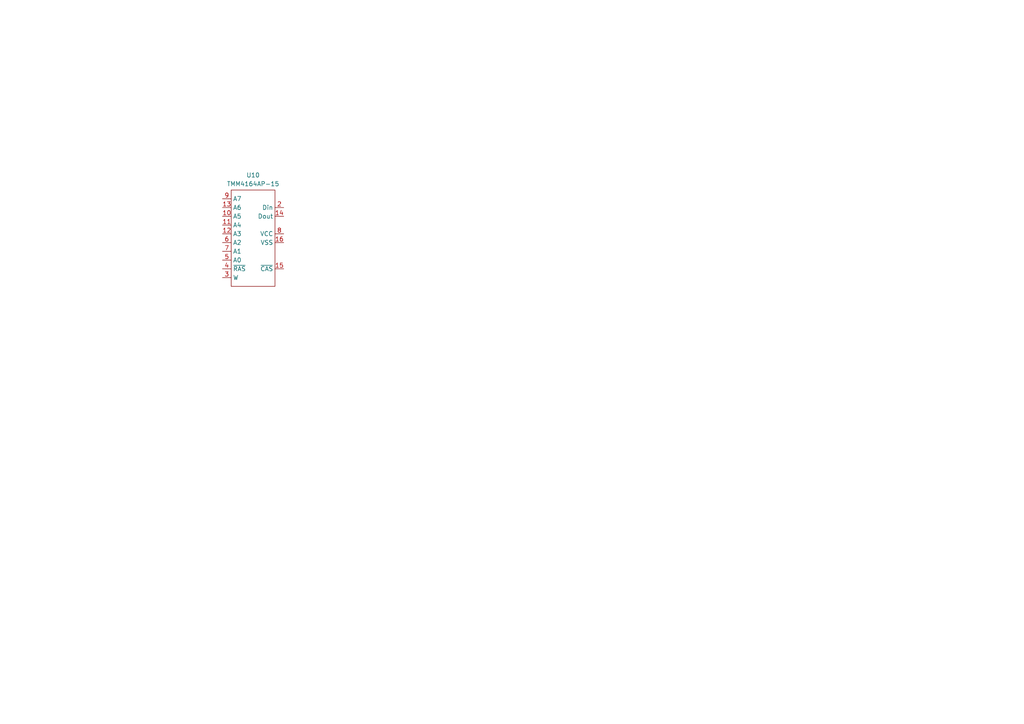
<source format=kicad_sch>
(kicad_sch (version 20231120) (generator "eeschema") (generator_version "8.0")
  (paper "A4")
  (lib_symbols
    (symbol "Laser500:DRAM4164"
      (property "Reference" "U" (at 1.778 14.986 0))
      (property "Value" "TMM4164AP-15" (at 0 0.254 90))
      (symbol "DRAM4164_0_1"
        (rectangle (start -6.35 13.97) (end 6.35 -13.97))
      )
      (symbol "DRAM4164_1_1"
        (pin no_connect line (at 8.89 -12.7 180) (length 2.54) hide (name "NC") (number "1"))
        (pin input line (at -8.89 6.35 0) (length 2.54) (name "A5") (number "10"))
        (pin input line (at -8.89 3.81 0) (length 2.54) (name "A4") (number "11"))
        (pin input line (at -8.89 1.27 0) (length 2.54) (name "A3") (number "12"))
        (pin input line (at -8.89 8.89 0) (length 2.54) (name "A6") (number "13"))
        (pin output line (at 8.89 6.35 180) (length 2.54) (name "Dout") (number "14"))
        (pin power_in line (at 8.89 -8.89 180) (length 2.54) (name "~{CAS}") (number "15"))
        (pin power_in line (at 8.89 -1.27 180) (length 2.54) (name "VSS") (number "16"))
        (pin input line (at 8.89 8.89 180) (length 2.54) (name "Din") (number "2"))
        (pin input line (at -8.89 -11.43 0) (length 2.54) (name "W") (number "3"))
        (pin input line (at -8.89 -8.89 0) (length 2.54) (name "~{RAS}") (number "4"))
        (pin input line (at -8.89 -6.35 0) (length 2.54) (name "A0") (number "5"))
        (pin input line (at -8.89 -1.27 0) (length 2.54) (name "A2") (number "6"))
        (pin input line (at -8.89 -3.81 0) (length 2.54) (name "A1") (number "7"))
        (pin power_in line (at 8.89 1.27 180) (length 2.54) (name "VCC") (number "8"))
        (pin input line (at -8.89 11.43 0) (length 2.54) (name "A7") (number "9"))
      )
    )
  )
  (symbol (lib_id "Laser500:DRAM4164") (at 73.406 69.088 0) (unit 1)
    (property "Reference" "U10" (at 73.406 50.8 0))
    (property "Value" "TMM4164AP-15" (at 73.406 53.34 0))
    (property "Footprint" "Package_DIP:DIP-16_W7.62mm" (effects (hide yes)))
    (property "Datasheet" "https://www.jameco.com/Jameco/Products/ProdDS/41662.pdf" (effects (hide yes)))
    (property "Description" "TOSHIBA, Replacement Jameco Part no: 41662" (effects (hide yes)))
  )
)
</source>
